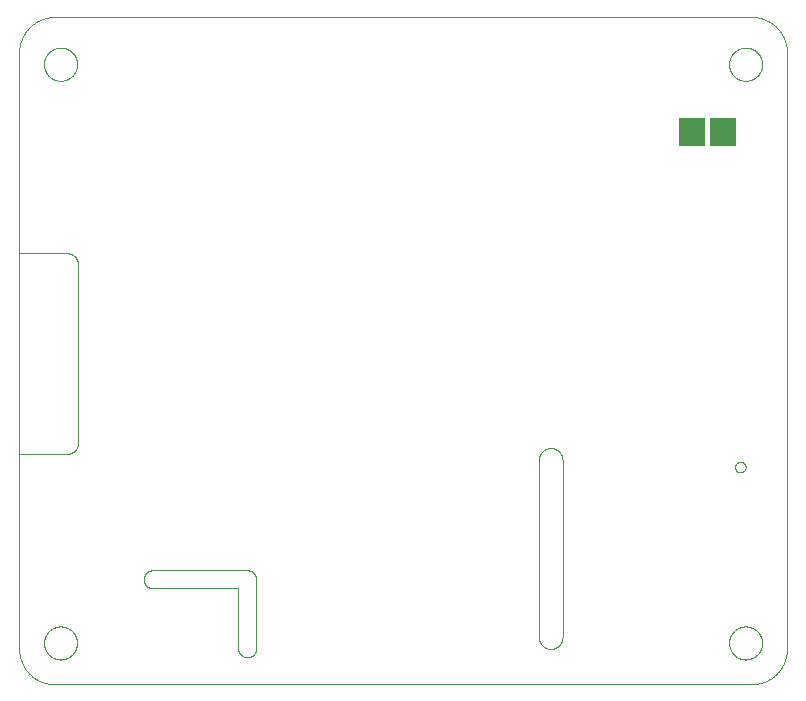
<source format=gbp>
G75*
%MOIN*%
%OFA0B0*%
%FSLAX25Y25*%
%IPPOS*%
%LPD*%
%AMOC8*
5,1,8,0,0,1.08239X$1,22.5*
%
%ADD10C,0.00000*%
%ADD11C,0.00100*%
%ADD12R,0.05000X0.02500*%
%ADD13R,0.09000X0.09600*%
D10*
X0016811Y0005000D02*
X0249094Y0005000D01*
X0249379Y0005003D01*
X0249665Y0005014D01*
X0249950Y0005031D01*
X0250234Y0005055D01*
X0250518Y0005086D01*
X0250801Y0005124D01*
X0251082Y0005169D01*
X0251363Y0005220D01*
X0251643Y0005278D01*
X0251921Y0005343D01*
X0252197Y0005415D01*
X0252471Y0005493D01*
X0252744Y0005578D01*
X0253014Y0005670D01*
X0253282Y0005768D01*
X0253548Y0005872D01*
X0253811Y0005983D01*
X0254071Y0006100D01*
X0254329Y0006223D01*
X0254583Y0006353D01*
X0254834Y0006489D01*
X0255082Y0006630D01*
X0255326Y0006778D01*
X0255567Y0006931D01*
X0255803Y0007091D01*
X0256036Y0007256D01*
X0256265Y0007426D01*
X0256490Y0007602D01*
X0256710Y0007784D01*
X0256926Y0007970D01*
X0257137Y0008162D01*
X0257344Y0008359D01*
X0257546Y0008561D01*
X0257743Y0008768D01*
X0257935Y0008979D01*
X0258121Y0009195D01*
X0258303Y0009415D01*
X0258479Y0009640D01*
X0258649Y0009869D01*
X0258814Y0010102D01*
X0258974Y0010338D01*
X0259127Y0010579D01*
X0259275Y0010823D01*
X0259416Y0011071D01*
X0259552Y0011322D01*
X0259682Y0011576D01*
X0259805Y0011834D01*
X0259922Y0012094D01*
X0260033Y0012357D01*
X0260137Y0012623D01*
X0260235Y0012891D01*
X0260327Y0013161D01*
X0260412Y0013434D01*
X0260490Y0013708D01*
X0260562Y0013984D01*
X0260627Y0014262D01*
X0260685Y0014542D01*
X0260736Y0014823D01*
X0260781Y0015104D01*
X0260819Y0015387D01*
X0260850Y0015671D01*
X0260874Y0015955D01*
X0260891Y0016240D01*
X0260902Y0016526D01*
X0260905Y0016811D01*
X0260906Y0016811D02*
X0260906Y0215630D01*
X0260905Y0215630D02*
X0260902Y0215915D01*
X0260891Y0216201D01*
X0260874Y0216486D01*
X0260850Y0216770D01*
X0260819Y0217054D01*
X0260781Y0217337D01*
X0260736Y0217618D01*
X0260685Y0217899D01*
X0260627Y0218179D01*
X0260562Y0218457D01*
X0260490Y0218733D01*
X0260412Y0219007D01*
X0260327Y0219280D01*
X0260235Y0219550D01*
X0260137Y0219818D01*
X0260033Y0220084D01*
X0259922Y0220347D01*
X0259805Y0220607D01*
X0259682Y0220865D01*
X0259552Y0221119D01*
X0259416Y0221370D01*
X0259275Y0221618D01*
X0259127Y0221862D01*
X0258974Y0222103D01*
X0258814Y0222339D01*
X0258649Y0222572D01*
X0258479Y0222801D01*
X0258303Y0223026D01*
X0258121Y0223246D01*
X0257935Y0223462D01*
X0257743Y0223673D01*
X0257546Y0223880D01*
X0257344Y0224082D01*
X0257137Y0224279D01*
X0256926Y0224471D01*
X0256710Y0224657D01*
X0256490Y0224839D01*
X0256265Y0225015D01*
X0256036Y0225185D01*
X0255803Y0225350D01*
X0255567Y0225510D01*
X0255326Y0225663D01*
X0255082Y0225811D01*
X0254834Y0225952D01*
X0254583Y0226088D01*
X0254329Y0226218D01*
X0254071Y0226341D01*
X0253811Y0226458D01*
X0253548Y0226569D01*
X0253282Y0226673D01*
X0253014Y0226771D01*
X0252744Y0226863D01*
X0252471Y0226948D01*
X0252197Y0227026D01*
X0251921Y0227098D01*
X0251643Y0227163D01*
X0251363Y0227221D01*
X0251082Y0227272D01*
X0250801Y0227317D01*
X0250518Y0227355D01*
X0250234Y0227386D01*
X0249950Y0227410D01*
X0249665Y0227427D01*
X0249379Y0227438D01*
X0249094Y0227441D01*
X0016811Y0227441D01*
X0016526Y0227438D01*
X0016240Y0227427D01*
X0015955Y0227410D01*
X0015671Y0227386D01*
X0015387Y0227355D01*
X0015104Y0227317D01*
X0014823Y0227272D01*
X0014542Y0227221D01*
X0014262Y0227163D01*
X0013984Y0227098D01*
X0013708Y0227026D01*
X0013434Y0226948D01*
X0013161Y0226863D01*
X0012891Y0226771D01*
X0012623Y0226673D01*
X0012357Y0226569D01*
X0012094Y0226458D01*
X0011834Y0226341D01*
X0011576Y0226218D01*
X0011322Y0226088D01*
X0011071Y0225952D01*
X0010823Y0225811D01*
X0010579Y0225663D01*
X0010338Y0225510D01*
X0010102Y0225350D01*
X0009869Y0225185D01*
X0009640Y0225015D01*
X0009415Y0224839D01*
X0009195Y0224657D01*
X0008979Y0224471D01*
X0008768Y0224279D01*
X0008561Y0224082D01*
X0008359Y0223880D01*
X0008162Y0223673D01*
X0007970Y0223462D01*
X0007784Y0223246D01*
X0007602Y0223026D01*
X0007426Y0222801D01*
X0007256Y0222572D01*
X0007091Y0222339D01*
X0006931Y0222103D01*
X0006778Y0221862D01*
X0006630Y0221618D01*
X0006489Y0221370D01*
X0006353Y0221119D01*
X0006223Y0220865D01*
X0006100Y0220607D01*
X0005983Y0220347D01*
X0005872Y0220084D01*
X0005768Y0219818D01*
X0005670Y0219550D01*
X0005578Y0219280D01*
X0005493Y0219007D01*
X0005415Y0218733D01*
X0005343Y0218457D01*
X0005278Y0218179D01*
X0005220Y0217899D01*
X0005169Y0217618D01*
X0005124Y0217337D01*
X0005086Y0217054D01*
X0005055Y0216770D01*
X0005031Y0216486D01*
X0005014Y0216201D01*
X0005003Y0215915D01*
X0005000Y0215630D01*
X0005000Y0016811D01*
X0005003Y0016526D01*
X0005014Y0016240D01*
X0005031Y0015955D01*
X0005055Y0015671D01*
X0005086Y0015387D01*
X0005124Y0015104D01*
X0005169Y0014823D01*
X0005220Y0014542D01*
X0005278Y0014262D01*
X0005343Y0013984D01*
X0005415Y0013708D01*
X0005493Y0013434D01*
X0005578Y0013161D01*
X0005670Y0012891D01*
X0005768Y0012623D01*
X0005872Y0012357D01*
X0005983Y0012094D01*
X0006100Y0011834D01*
X0006223Y0011576D01*
X0006353Y0011322D01*
X0006489Y0011071D01*
X0006630Y0010823D01*
X0006778Y0010579D01*
X0006931Y0010338D01*
X0007091Y0010102D01*
X0007256Y0009869D01*
X0007426Y0009640D01*
X0007602Y0009415D01*
X0007784Y0009195D01*
X0007970Y0008979D01*
X0008162Y0008768D01*
X0008359Y0008561D01*
X0008561Y0008359D01*
X0008768Y0008162D01*
X0008979Y0007970D01*
X0009195Y0007784D01*
X0009415Y0007602D01*
X0009640Y0007426D01*
X0009869Y0007256D01*
X0010102Y0007091D01*
X0010338Y0006931D01*
X0010579Y0006778D01*
X0010823Y0006630D01*
X0011071Y0006489D01*
X0011322Y0006353D01*
X0011576Y0006223D01*
X0011834Y0006100D01*
X0012094Y0005983D01*
X0012357Y0005872D01*
X0012623Y0005768D01*
X0012891Y0005670D01*
X0013161Y0005578D01*
X0013434Y0005493D01*
X0013708Y0005415D01*
X0013984Y0005343D01*
X0014262Y0005278D01*
X0014542Y0005220D01*
X0014823Y0005169D01*
X0015104Y0005124D01*
X0015387Y0005086D01*
X0015671Y0005055D01*
X0015955Y0005031D01*
X0016240Y0005014D01*
X0016526Y0005003D01*
X0016811Y0005000D01*
X0013268Y0018780D02*
X0013270Y0018928D01*
X0013276Y0019076D01*
X0013286Y0019224D01*
X0013300Y0019371D01*
X0013318Y0019518D01*
X0013339Y0019664D01*
X0013365Y0019810D01*
X0013395Y0019955D01*
X0013428Y0020099D01*
X0013466Y0020242D01*
X0013507Y0020384D01*
X0013552Y0020525D01*
X0013600Y0020665D01*
X0013653Y0020804D01*
X0013709Y0020941D01*
X0013769Y0021076D01*
X0013832Y0021210D01*
X0013899Y0021342D01*
X0013970Y0021472D01*
X0014044Y0021600D01*
X0014121Y0021726D01*
X0014202Y0021850D01*
X0014286Y0021972D01*
X0014373Y0022091D01*
X0014464Y0022208D01*
X0014558Y0022323D01*
X0014654Y0022435D01*
X0014754Y0022545D01*
X0014856Y0022651D01*
X0014962Y0022755D01*
X0015070Y0022856D01*
X0015181Y0022954D01*
X0015294Y0023050D01*
X0015410Y0023142D01*
X0015528Y0023231D01*
X0015649Y0023316D01*
X0015772Y0023399D01*
X0015897Y0023478D01*
X0016024Y0023554D01*
X0016153Y0023626D01*
X0016284Y0023695D01*
X0016417Y0023760D01*
X0016552Y0023821D01*
X0016688Y0023879D01*
X0016825Y0023934D01*
X0016964Y0023984D01*
X0017105Y0024031D01*
X0017246Y0024074D01*
X0017389Y0024114D01*
X0017533Y0024149D01*
X0017677Y0024181D01*
X0017823Y0024208D01*
X0017969Y0024232D01*
X0018116Y0024252D01*
X0018263Y0024268D01*
X0018410Y0024280D01*
X0018558Y0024288D01*
X0018706Y0024292D01*
X0018854Y0024292D01*
X0019002Y0024288D01*
X0019150Y0024280D01*
X0019297Y0024268D01*
X0019444Y0024252D01*
X0019591Y0024232D01*
X0019737Y0024208D01*
X0019883Y0024181D01*
X0020027Y0024149D01*
X0020171Y0024114D01*
X0020314Y0024074D01*
X0020455Y0024031D01*
X0020596Y0023984D01*
X0020735Y0023934D01*
X0020872Y0023879D01*
X0021008Y0023821D01*
X0021143Y0023760D01*
X0021276Y0023695D01*
X0021407Y0023626D01*
X0021536Y0023554D01*
X0021663Y0023478D01*
X0021788Y0023399D01*
X0021911Y0023316D01*
X0022032Y0023231D01*
X0022150Y0023142D01*
X0022266Y0023050D01*
X0022379Y0022954D01*
X0022490Y0022856D01*
X0022598Y0022755D01*
X0022704Y0022651D01*
X0022806Y0022545D01*
X0022906Y0022435D01*
X0023002Y0022323D01*
X0023096Y0022208D01*
X0023187Y0022091D01*
X0023274Y0021972D01*
X0023358Y0021850D01*
X0023439Y0021726D01*
X0023516Y0021600D01*
X0023590Y0021472D01*
X0023661Y0021342D01*
X0023728Y0021210D01*
X0023791Y0021076D01*
X0023851Y0020941D01*
X0023907Y0020804D01*
X0023960Y0020665D01*
X0024008Y0020525D01*
X0024053Y0020384D01*
X0024094Y0020242D01*
X0024132Y0020099D01*
X0024165Y0019955D01*
X0024195Y0019810D01*
X0024221Y0019664D01*
X0024242Y0019518D01*
X0024260Y0019371D01*
X0024274Y0019224D01*
X0024284Y0019076D01*
X0024290Y0018928D01*
X0024292Y0018780D01*
X0024290Y0018632D01*
X0024284Y0018484D01*
X0024274Y0018336D01*
X0024260Y0018189D01*
X0024242Y0018042D01*
X0024221Y0017896D01*
X0024195Y0017750D01*
X0024165Y0017605D01*
X0024132Y0017461D01*
X0024094Y0017318D01*
X0024053Y0017176D01*
X0024008Y0017035D01*
X0023960Y0016895D01*
X0023907Y0016756D01*
X0023851Y0016619D01*
X0023791Y0016484D01*
X0023728Y0016350D01*
X0023661Y0016218D01*
X0023590Y0016088D01*
X0023516Y0015960D01*
X0023439Y0015834D01*
X0023358Y0015710D01*
X0023274Y0015588D01*
X0023187Y0015469D01*
X0023096Y0015352D01*
X0023002Y0015237D01*
X0022906Y0015125D01*
X0022806Y0015015D01*
X0022704Y0014909D01*
X0022598Y0014805D01*
X0022490Y0014704D01*
X0022379Y0014606D01*
X0022266Y0014510D01*
X0022150Y0014418D01*
X0022032Y0014329D01*
X0021911Y0014244D01*
X0021788Y0014161D01*
X0021663Y0014082D01*
X0021536Y0014006D01*
X0021407Y0013934D01*
X0021276Y0013865D01*
X0021143Y0013800D01*
X0021008Y0013739D01*
X0020872Y0013681D01*
X0020735Y0013626D01*
X0020596Y0013576D01*
X0020455Y0013529D01*
X0020314Y0013486D01*
X0020171Y0013446D01*
X0020027Y0013411D01*
X0019883Y0013379D01*
X0019737Y0013352D01*
X0019591Y0013328D01*
X0019444Y0013308D01*
X0019297Y0013292D01*
X0019150Y0013280D01*
X0019002Y0013272D01*
X0018854Y0013268D01*
X0018706Y0013268D01*
X0018558Y0013272D01*
X0018410Y0013280D01*
X0018263Y0013292D01*
X0018116Y0013308D01*
X0017969Y0013328D01*
X0017823Y0013352D01*
X0017677Y0013379D01*
X0017533Y0013411D01*
X0017389Y0013446D01*
X0017246Y0013486D01*
X0017105Y0013529D01*
X0016964Y0013576D01*
X0016825Y0013626D01*
X0016688Y0013681D01*
X0016552Y0013739D01*
X0016417Y0013800D01*
X0016284Y0013865D01*
X0016153Y0013934D01*
X0016024Y0014006D01*
X0015897Y0014082D01*
X0015772Y0014161D01*
X0015649Y0014244D01*
X0015528Y0014329D01*
X0015410Y0014418D01*
X0015294Y0014510D01*
X0015181Y0014606D01*
X0015070Y0014704D01*
X0014962Y0014805D01*
X0014856Y0014909D01*
X0014754Y0015015D01*
X0014654Y0015125D01*
X0014558Y0015237D01*
X0014464Y0015352D01*
X0014373Y0015469D01*
X0014286Y0015588D01*
X0014202Y0015710D01*
X0014121Y0015834D01*
X0014044Y0015960D01*
X0013970Y0016088D01*
X0013899Y0016218D01*
X0013832Y0016350D01*
X0013769Y0016484D01*
X0013709Y0016619D01*
X0013653Y0016756D01*
X0013600Y0016895D01*
X0013552Y0017035D01*
X0013507Y0017176D01*
X0013466Y0017318D01*
X0013428Y0017461D01*
X0013395Y0017605D01*
X0013365Y0017750D01*
X0013339Y0017896D01*
X0013318Y0018042D01*
X0013300Y0018189D01*
X0013286Y0018336D01*
X0013276Y0018484D01*
X0013270Y0018632D01*
X0013268Y0018780D01*
X0005000Y0053000D02*
X0005000Y0128000D01*
X0024685Y0144764D02*
X0024683Y0144888D01*
X0024677Y0145011D01*
X0024668Y0145135D01*
X0024654Y0145257D01*
X0024637Y0145380D01*
X0024615Y0145502D01*
X0024590Y0145623D01*
X0024561Y0145743D01*
X0024529Y0145862D01*
X0024492Y0145981D01*
X0024452Y0146098D01*
X0024409Y0146213D01*
X0024361Y0146328D01*
X0024310Y0146440D01*
X0024256Y0146551D01*
X0024198Y0146661D01*
X0024137Y0146768D01*
X0024072Y0146874D01*
X0024004Y0146977D01*
X0023933Y0147078D01*
X0023859Y0147177D01*
X0023782Y0147274D01*
X0023701Y0147368D01*
X0023618Y0147459D01*
X0023532Y0147548D01*
X0023443Y0147634D01*
X0023352Y0147717D01*
X0023258Y0147798D01*
X0023161Y0147875D01*
X0023062Y0147949D01*
X0022961Y0148020D01*
X0022858Y0148088D01*
X0022752Y0148153D01*
X0022645Y0148214D01*
X0022535Y0148272D01*
X0022424Y0148326D01*
X0022312Y0148377D01*
X0022197Y0148425D01*
X0022082Y0148468D01*
X0021965Y0148508D01*
X0021846Y0148545D01*
X0021727Y0148577D01*
X0021607Y0148606D01*
X0021486Y0148631D01*
X0021364Y0148653D01*
X0021241Y0148670D01*
X0021119Y0148684D01*
X0020995Y0148693D01*
X0020872Y0148699D01*
X0020748Y0148701D01*
X0005000Y0148701D01*
X0024685Y0144764D02*
X0024685Y0085709D01*
X0024683Y0085585D01*
X0024677Y0085462D01*
X0024668Y0085338D01*
X0024654Y0085216D01*
X0024637Y0085093D01*
X0024615Y0084971D01*
X0024590Y0084850D01*
X0024561Y0084730D01*
X0024529Y0084611D01*
X0024492Y0084492D01*
X0024452Y0084375D01*
X0024409Y0084260D01*
X0024361Y0084145D01*
X0024310Y0084033D01*
X0024256Y0083922D01*
X0024198Y0083812D01*
X0024137Y0083705D01*
X0024072Y0083599D01*
X0024004Y0083496D01*
X0023933Y0083395D01*
X0023859Y0083296D01*
X0023782Y0083199D01*
X0023701Y0083105D01*
X0023618Y0083014D01*
X0023532Y0082925D01*
X0023443Y0082839D01*
X0023352Y0082756D01*
X0023258Y0082675D01*
X0023161Y0082598D01*
X0023062Y0082524D01*
X0022961Y0082453D01*
X0022858Y0082385D01*
X0022752Y0082320D01*
X0022645Y0082259D01*
X0022535Y0082201D01*
X0022424Y0082147D01*
X0022312Y0082096D01*
X0022197Y0082048D01*
X0022082Y0082005D01*
X0021965Y0081965D01*
X0021846Y0081928D01*
X0021727Y0081896D01*
X0021607Y0081867D01*
X0021486Y0081842D01*
X0021364Y0081820D01*
X0021241Y0081803D01*
X0021119Y0081789D01*
X0020995Y0081780D01*
X0020872Y0081774D01*
X0020748Y0081772D01*
X0005394Y0081772D01*
X0005000Y0082000D02*
X0005000Y0082500D01*
X0013268Y0211693D02*
X0013270Y0211841D01*
X0013276Y0211989D01*
X0013286Y0212137D01*
X0013300Y0212284D01*
X0013318Y0212431D01*
X0013339Y0212577D01*
X0013365Y0212723D01*
X0013395Y0212868D01*
X0013428Y0213012D01*
X0013466Y0213155D01*
X0013507Y0213297D01*
X0013552Y0213438D01*
X0013600Y0213578D01*
X0013653Y0213717D01*
X0013709Y0213854D01*
X0013769Y0213989D01*
X0013832Y0214123D01*
X0013899Y0214255D01*
X0013970Y0214385D01*
X0014044Y0214513D01*
X0014121Y0214639D01*
X0014202Y0214763D01*
X0014286Y0214885D01*
X0014373Y0215004D01*
X0014464Y0215121D01*
X0014558Y0215236D01*
X0014654Y0215348D01*
X0014754Y0215458D01*
X0014856Y0215564D01*
X0014962Y0215668D01*
X0015070Y0215769D01*
X0015181Y0215867D01*
X0015294Y0215963D01*
X0015410Y0216055D01*
X0015528Y0216144D01*
X0015649Y0216229D01*
X0015772Y0216312D01*
X0015897Y0216391D01*
X0016024Y0216467D01*
X0016153Y0216539D01*
X0016284Y0216608D01*
X0016417Y0216673D01*
X0016552Y0216734D01*
X0016688Y0216792D01*
X0016825Y0216847D01*
X0016964Y0216897D01*
X0017105Y0216944D01*
X0017246Y0216987D01*
X0017389Y0217027D01*
X0017533Y0217062D01*
X0017677Y0217094D01*
X0017823Y0217121D01*
X0017969Y0217145D01*
X0018116Y0217165D01*
X0018263Y0217181D01*
X0018410Y0217193D01*
X0018558Y0217201D01*
X0018706Y0217205D01*
X0018854Y0217205D01*
X0019002Y0217201D01*
X0019150Y0217193D01*
X0019297Y0217181D01*
X0019444Y0217165D01*
X0019591Y0217145D01*
X0019737Y0217121D01*
X0019883Y0217094D01*
X0020027Y0217062D01*
X0020171Y0217027D01*
X0020314Y0216987D01*
X0020455Y0216944D01*
X0020596Y0216897D01*
X0020735Y0216847D01*
X0020872Y0216792D01*
X0021008Y0216734D01*
X0021143Y0216673D01*
X0021276Y0216608D01*
X0021407Y0216539D01*
X0021536Y0216467D01*
X0021663Y0216391D01*
X0021788Y0216312D01*
X0021911Y0216229D01*
X0022032Y0216144D01*
X0022150Y0216055D01*
X0022266Y0215963D01*
X0022379Y0215867D01*
X0022490Y0215769D01*
X0022598Y0215668D01*
X0022704Y0215564D01*
X0022806Y0215458D01*
X0022906Y0215348D01*
X0023002Y0215236D01*
X0023096Y0215121D01*
X0023187Y0215004D01*
X0023274Y0214885D01*
X0023358Y0214763D01*
X0023439Y0214639D01*
X0023516Y0214513D01*
X0023590Y0214385D01*
X0023661Y0214255D01*
X0023728Y0214123D01*
X0023791Y0213989D01*
X0023851Y0213854D01*
X0023907Y0213717D01*
X0023960Y0213578D01*
X0024008Y0213438D01*
X0024053Y0213297D01*
X0024094Y0213155D01*
X0024132Y0213012D01*
X0024165Y0212868D01*
X0024195Y0212723D01*
X0024221Y0212577D01*
X0024242Y0212431D01*
X0024260Y0212284D01*
X0024274Y0212137D01*
X0024284Y0211989D01*
X0024290Y0211841D01*
X0024292Y0211693D01*
X0024290Y0211545D01*
X0024284Y0211397D01*
X0024274Y0211249D01*
X0024260Y0211102D01*
X0024242Y0210955D01*
X0024221Y0210809D01*
X0024195Y0210663D01*
X0024165Y0210518D01*
X0024132Y0210374D01*
X0024094Y0210231D01*
X0024053Y0210089D01*
X0024008Y0209948D01*
X0023960Y0209808D01*
X0023907Y0209669D01*
X0023851Y0209532D01*
X0023791Y0209397D01*
X0023728Y0209263D01*
X0023661Y0209131D01*
X0023590Y0209001D01*
X0023516Y0208873D01*
X0023439Y0208747D01*
X0023358Y0208623D01*
X0023274Y0208501D01*
X0023187Y0208382D01*
X0023096Y0208265D01*
X0023002Y0208150D01*
X0022906Y0208038D01*
X0022806Y0207928D01*
X0022704Y0207822D01*
X0022598Y0207718D01*
X0022490Y0207617D01*
X0022379Y0207519D01*
X0022266Y0207423D01*
X0022150Y0207331D01*
X0022032Y0207242D01*
X0021911Y0207157D01*
X0021788Y0207074D01*
X0021663Y0206995D01*
X0021536Y0206919D01*
X0021407Y0206847D01*
X0021276Y0206778D01*
X0021143Y0206713D01*
X0021008Y0206652D01*
X0020872Y0206594D01*
X0020735Y0206539D01*
X0020596Y0206489D01*
X0020455Y0206442D01*
X0020314Y0206399D01*
X0020171Y0206359D01*
X0020027Y0206324D01*
X0019883Y0206292D01*
X0019737Y0206265D01*
X0019591Y0206241D01*
X0019444Y0206221D01*
X0019297Y0206205D01*
X0019150Y0206193D01*
X0019002Y0206185D01*
X0018854Y0206181D01*
X0018706Y0206181D01*
X0018558Y0206185D01*
X0018410Y0206193D01*
X0018263Y0206205D01*
X0018116Y0206221D01*
X0017969Y0206241D01*
X0017823Y0206265D01*
X0017677Y0206292D01*
X0017533Y0206324D01*
X0017389Y0206359D01*
X0017246Y0206399D01*
X0017105Y0206442D01*
X0016964Y0206489D01*
X0016825Y0206539D01*
X0016688Y0206594D01*
X0016552Y0206652D01*
X0016417Y0206713D01*
X0016284Y0206778D01*
X0016153Y0206847D01*
X0016024Y0206919D01*
X0015897Y0206995D01*
X0015772Y0207074D01*
X0015649Y0207157D01*
X0015528Y0207242D01*
X0015410Y0207331D01*
X0015294Y0207423D01*
X0015181Y0207519D01*
X0015070Y0207617D01*
X0014962Y0207718D01*
X0014856Y0207822D01*
X0014754Y0207928D01*
X0014654Y0208038D01*
X0014558Y0208150D01*
X0014464Y0208265D01*
X0014373Y0208382D01*
X0014286Y0208501D01*
X0014202Y0208623D01*
X0014121Y0208747D01*
X0014044Y0208873D01*
X0013970Y0209001D01*
X0013899Y0209131D01*
X0013832Y0209263D01*
X0013769Y0209397D01*
X0013709Y0209532D01*
X0013653Y0209669D01*
X0013600Y0209808D01*
X0013552Y0209948D01*
X0013507Y0210089D01*
X0013466Y0210231D01*
X0013428Y0210374D01*
X0013395Y0210518D01*
X0013365Y0210663D01*
X0013339Y0210809D01*
X0013318Y0210955D01*
X0013300Y0211102D01*
X0013286Y0211249D01*
X0013276Y0211397D01*
X0013270Y0211545D01*
X0013268Y0211693D01*
X0178228Y0079803D02*
X0178228Y0020748D01*
X0178230Y0020624D01*
X0178236Y0020501D01*
X0178245Y0020377D01*
X0178259Y0020255D01*
X0178276Y0020132D01*
X0178298Y0020010D01*
X0178323Y0019889D01*
X0178352Y0019769D01*
X0178384Y0019650D01*
X0178421Y0019531D01*
X0178461Y0019414D01*
X0178504Y0019299D01*
X0178552Y0019184D01*
X0178603Y0019072D01*
X0178657Y0018961D01*
X0178715Y0018851D01*
X0178776Y0018744D01*
X0178841Y0018638D01*
X0178909Y0018535D01*
X0178980Y0018434D01*
X0179054Y0018335D01*
X0179131Y0018238D01*
X0179212Y0018144D01*
X0179295Y0018053D01*
X0179381Y0017964D01*
X0179470Y0017878D01*
X0179561Y0017795D01*
X0179655Y0017714D01*
X0179752Y0017637D01*
X0179851Y0017563D01*
X0179952Y0017492D01*
X0180055Y0017424D01*
X0180161Y0017359D01*
X0180268Y0017298D01*
X0180378Y0017240D01*
X0180489Y0017186D01*
X0180601Y0017135D01*
X0180716Y0017087D01*
X0180831Y0017044D01*
X0180948Y0017004D01*
X0181067Y0016967D01*
X0181186Y0016935D01*
X0181306Y0016906D01*
X0181427Y0016881D01*
X0181549Y0016859D01*
X0181672Y0016842D01*
X0181794Y0016828D01*
X0181918Y0016819D01*
X0182041Y0016813D01*
X0182165Y0016811D01*
X0182289Y0016813D01*
X0182412Y0016819D01*
X0182536Y0016828D01*
X0182658Y0016842D01*
X0182781Y0016859D01*
X0182903Y0016881D01*
X0183024Y0016906D01*
X0183144Y0016935D01*
X0183263Y0016967D01*
X0183382Y0017004D01*
X0183499Y0017044D01*
X0183614Y0017087D01*
X0183729Y0017135D01*
X0183841Y0017186D01*
X0183952Y0017240D01*
X0184062Y0017298D01*
X0184169Y0017359D01*
X0184275Y0017424D01*
X0184378Y0017492D01*
X0184479Y0017563D01*
X0184578Y0017637D01*
X0184675Y0017714D01*
X0184769Y0017795D01*
X0184860Y0017878D01*
X0184949Y0017964D01*
X0185035Y0018053D01*
X0185118Y0018144D01*
X0185199Y0018238D01*
X0185276Y0018335D01*
X0185350Y0018434D01*
X0185421Y0018535D01*
X0185489Y0018638D01*
X0185554Y0018744D01*
X0185615Y0018851D01*
X0185673Y0018961D01*
X0185727Y0019072D01*
X0185778Y0019184D01*
X0185826Y0019299D01*
X0185869Y0019414D01*
X0185909Y0019531D01*
X0185946Y0019650D01*
X0185978Y0019769D01*
X0186007Y0019889D01*
X0186032Y0020010D01*
X0186054Y0020132D01*
X0186071Y0020255D01*
X0186085Y0020377D01*
X0186094Y0020501D01*
X0186100Y0020624D01*
X0186102Y0020748D01*
X0186102Y0079803D01*
X0186100Y0079927D01*
X0186094Y0080050D01*
X0186085Y0080174D01*
X0186071Y0080296D01*
X0186054Y0080419D01*
X0186032Y0080541D01*
X0186007Y0080662D01*
X0185978Y0080782D01*
X0185946Y0080901D01*
X0185909Y0081020D01*
X0185869Y0081137D01*
X0185826Y0081252D01*
X0185778Y0081367D01*
X0185727Y0081479D01*
X0185673Y0081590D01*
X0185615Y0081700D01*
X0185554Y0081807D01*
X0185489Y0081913D01*
X0185421Y0082016D01*
X0185350Y0082117D01*
X0185276Y0082216D01*
X0185199Y0082313D01*
X0185118Y0082407D01*
X0185035Y0082498D01*
X0184949Y0082587D01*
X0184860Y0082673D01*
X0184769Y0082756D01*
X0184675Y0082837D01*
X0184578Y0082914D01*
X0184479Y0082988D01*
X0184378Y0083059D01*
X0184275Y0083127D01*
X0184169Y0083192D01*
X0184062Y0083253D01*
X0183952Y0083311D01*
X0183841Y0083365D01*
X0183729Y0083416D01*
X0183614Y0083464D01*
X0183499Y0083507D01*
X0183382Y0083547D01*
X0183263Y0083584D01*
X0183144Y0083616D01*
X0183024Y0083645D01*
X0182903Y0083670D01*
X0182781Y0083692D01*
X0182658Y0083709D01*
X0182536Y0083723D01*
X0182412Y0083732D01*
X0182289Y0083738D01*
X0182165Y0083740D01*
X0182041Y0083738D01*
X0181918Y0083732D01*
X0181794Y0083723D01*
X0181672Y0083709D01*
X0181549Y0083692D01*
X0181427Y0083670D01*
X0181306Y0083645D01*
X0181186Y0083616D01*
X0181067Y0083584D01*
X0180948Y0083547D01*
X0180831Y0083507D01*
X0180716Y0083464D01*
X0180601Y0083416D01*
X0180489Y0083365D01*
X0180378Y0083311D01*
X0180268Y0083253D01*
X0180161Y0083192D01*
X0180055Y0083127D01*
X0179952Y0083059D01*
X0179851Y0082988D01*
X0179752Y0082914D01*
X0179655Y0082837D01*
X0179561Y0082756D01*
X0179470Y0082673D01*
X0179381Y0082587D01*
X0179295Y0082498D01*
X0179212Y0082407D01*
X0179131Y0082313D01*
X0179054Y0082216D01*
X0178980Y0082117D01*
X0178909Y0082016D01*
X0178841Y0081913D01*
X0178776Y0081807D01*
X0178715Y0081700D01*
X0178657Y0081590D01*
X0178603Y0081479D01*
X0178552Y0081367D01*
X0178504Y0081252D01*
X0178461Y0081137D01*
X0178421Y0081020D01*
X0178384Y0080901D01*
X0178352Y0080782D01*
X0178323Y0080662D01*
X0178298Y0080541D01*
X0178276Y0080419D01*
X0178259Y0080296D01*
X0178245Y0080174D01*
X0178236Y0080050D01*
X0178230Y0079927D01*
X0178228Y0079803D01*
X0243628Y0077400D02*
X0243630Y0077484D01*
X0243636Y0077567D01*
X0243646Y0077650D01*
X0243660Y0077733D01*
X0243677Y0077815D01*
X0243699Y0077896D01*
X0243724Y0077975D01*
X0243753Y0078054D01*
X0243786Y0078131D01*
X0243822Y0078206D01*
X0243862Y0078280D01*
X0243905Y0078352D01*
X0243952Y0078421D01*
X0244002Y0078488D01*
X0244055Y0078553D01*
X0244111Y0078615D01*
X0244169Y0078675D01*
X0244231Y0078732D01*
X0244295Y0078785D01*
X0244362Y0078836D01*
X0244431Y0078883D01*
X0244502Y0078928D01*
X0244575Y0078968D01*
X0244650Y0079005D01*
X0244727Y0079039D01*
X0244805Y0079069D01*
X0244884Y0079095D01*
X0244965Y0079118D01*
X0245047Y0079136D01*
X0245129Y0079151D01*
X0245212Y0079162D01*
X0245295Y0079169D01*
X0245379Y0079172D01*
X0245463Y0079171D01*
X0245546Y0079166D01*
X0245630Y0079157D01*
X0245712Y0079144D01*
X0245794Y0079128D01*
X0245875Y0079107D01*
X0245956Y0079083D01*
X0246034Y0079055D01*
X0246112Y0079023D01*
X0246188Y0078987D01*
X0246262Y0078948D01*
X0246334Y0078906D01*
X0246404Y0078860D01*
X0246472Y0078811D01*
X0246537Y0078759D01*
X0246600Y0078704D01*
X0246660Y0078646D01*
X0246718Y0078585D01*
X0246772Y0078521D01*
X0246824Y0078455D01*
X0246872Y0078387D01*
X0246917Y0078316D01*
X0246958Y0078243D01*
X0246997Y0078169D01*
X0247031Y0078093D01*
X0247062Y0078015D01*
X0247089Y0077936D01*
X0247113Y0077855D01*
X0247132Y0077774D01*
X0247148Y0077692D01*
X0247160Y0077609D01*
X0247168Y0077525D01*
X0247172Y0077442D01*
X0247172Y0077358D01*
X0247168Y0077275D01*
X0247160Y0077191D01*
X0247148Y0077108D01*
X0247132Y0077026D01*
X0247113Y0076945D01*
X0247089Y0076864D01*
X0247062Y0076785D01*
X0247031Y0076707D01*
X0246997Y0076631D01*
X0246958Y0076557D01*
X0246917Y0076484D01*
X0246872Y0076413D01*
X0246824Y0076345D01*
X0246772Y0076279D01*
X0246718Y0076215D01*
X0246660Y0076154D01*
X0246600Y0076096D01*
X0246537Y0076041D01*
X0246472Y0075989D01*
X0246404Y0075940D01*
X0246334Y0075894D01*
X0246262Y0075852D01*
X0246188Y0075813D01*
X0246112Y0075777D01*
X0246034Y0075745D01*
X0245956Y0075717D01*
X0245875Y0075693D01*
X0245794Y0075672D01*
X0245712Y0075656D01*
X0245630Y0075643D01*
X0245546Y0075634D01*
X0245463Y0075629D01*
X0245379Y0075628D01*
X0245295Y0075631D01*
X0245212Y0075638D01*
X0245129Y0075649D01*
X0245047Y0075664D01*
X0244965Y0075682D01*
X0244884Y0075705D01*
X0244805Y0075731D01*
X0244727Y0075761D01*
X0244650Y0075795D01*
X0244575Y0075832D01*
X0244502Y0075872D01*
X0244431Y0075917D01*
X0244362Y0075964D01*
X0244295Y0076015D01*
X0244231Y0076068D01*
X0244169Y0076125D01*
X0244111Y0076185D01*
X0244055Y0076247D01*
X0244002Y0076312D01*
X0243952Y0076379D01*
X0243905Y0076448D01*
X0243862Y0076520D01*
X0243822Y0076594D01*
X0243786Y0076669D01*
X0243753Y0076746D01*
X0243724Y0076825D01*
X0243699Y0076904D01*
X0243677Y0076985D01*
X0243660Y0077067D01*
X0243646Y0077150D01*
X0243636Y0077233D01*
X0243630Y0077316D01*
X0243628Y0077400D01*
X0241614Y0018780D02*
X0241616Y0018928D01*
X0241622Y0019076D01*
X0241632Y0019224D01*
X0241646Y0019371D01*
X0241664Y0019518D01*
X0241685Y0019664D01*
X0241711Y0019810D01*
X0241741Y0019955D01*
X0241774Y0020099D01*
X0241812Y0020242D01*
X0241853Y0020384D01*
X0241898Y0020525D01*
X0241946Y0020665D01*
X0241999Y0020804D01*
X0242055Y0020941D01*
X0242115Y0021076D01*
X0242178Y0021210D01*
X0242245Y0021342D01*
X0242316Y0021472D01*
X0242390Y0021600D01*
X0242467Y0021726D01*
X0242548Y0021850D01*
X0242632Y0021972D01*
X0242719Y0022091D01*
X0242810Y0022208D01*
X0242904Y0022323D01*
X0243000Y0022435D01*
X0243100Y0022545D01*
X0243202Y0022651D01*
X0243308Y0022755D01*
X0243416Y0022856D01*
X0243527Y0022954D01*
X0243640Y0023050D01*
X0243756Y0023142D01*
X0243874Y0023231D01*
X0243995Y0023316D01*
X0244118Y0023399D01*
X0244243Y0023478D01*
X0244370Y0023554D01*
X0244499Y0023626D01*
X0244630Y0023695D01*
X0244763Y0023760D01*
X0244898Y0023821D01*
X0245034Y0023879D01*
X0245171Y0023934D01*
X0245310Y0023984D01*
X0245451Y0024031D01*
X0245592Y0024074D01*
X0245735Y0024114D01*
X0245879Y0024149D01*
X0246023Y0024181D01*
X0246169Y0024208D01*
X0246315Y0024232D01*
X0246462Y0024252D01*
X0246609Y0024268D01*
X0246756Y0024280D01*
X0246904Y0024288D01*
X0247052Y0024292D01*
X0247200Y0024292D01*
X0247348Y0024288D01*
X0247496Y0024280D01*
X0247643Y0024268D01*
X0247790Y0024252D01*
X0247937Y0024232D01*
X0248083Y0024208D01*
X0248229Y0024181D01*
X0248373Y0024149D01*
X0248517Y0024114D01*
X0248660Y0024074D01*
X0248801Y0024031D01*
X0248942Y0023984D01*
X0249081Y0023934D01*
X0249218Y0023879D01*
X0249354Y0023821D01*
X0249489Y0023760D01*
X0249622Y0023695D01*
X0249753Y0023626D01*
X0249882Y0023554D01*
X0250009Y0023478D01*
X0250134Y0023399D01*
X0250257Y0023316D01*
X0250378Y0023231D01*
X0250496Y0023142D01*
X0250612Y0023050D01*
X0250725Y0022954D01*
X0250836Y0022856D01*
X0250944Y0022755D01*
X0251050Y0022651D01*
X0251152Y0022545D01*
X0251252Y0022435D01*
X0251348Y0022323D01*
X0251442Y0022208D01*
X0251533Y0022091D01*
X0251620Y0021972D01*
X0251704Y0021850D01*
X0251785Y0021726D01*
X0251862Y0021600D01*
X0251936Y0021472D01*
X0252007Y0021342D01*
X0252074Y0021210D01*
X0252137Y0021076D01*
X0252197Y0020941D01*
X0252253Y0020804D01*
X0252306Y0020665D01*
X0252354Y0020525D01*
X0252399Y0020384D01*
X0252440Y0020242D01*
X0252478Y0020099D01*
X0252511Y0019955D01*
X0252541Y0019810D01*
X0252567Y0019664D01*
X0252588Y0019518D01*
X0252606Y0019371D01*
X0252620Y0019224D01*
X0252630Y0019076D01*
X0252636Y0018928D01*
X0252638Y0018780D01*
X0252636Y0018632D01*
X0252630Y0018484D01*
X0252620Y0018336D01*
X0252606Y0018189D01*
X0252588Y0018042D01*
X0252567Y0017896D01*
X0252541Y0017750D01*
X0252511Y0017605D01*
X0252478Y0017461D01*
X0252440Y0017318D01*
X0252399Y0017176D01*
X0252354Y0017035D01*
X0252306Y0016895D01*
X0252253Y0016756D01*
X0252197Y0016619D01*
X0252137Y0016484D01*
X0252074Y0016350D01*
X0252007Y0016218D01*
X0251936Y0016088D01*
X0251862Y0015960D01*
X0251785Y0015834D01*
X0251704Y0015710D01*
X0251620Y0015588D01*
X0251533Y0015469D01*
X0251442Y0015352D01*
X0251348Y0015237D01*
X0251252Y0015125D01*
X0251152Y0015015D01*
X0251050Y0014909D01*
X0250944Y0014805D01*
X0250836Y0014704D01*
X0250725Y0014606D01*
X0250612Y0014510D01*
X0250496Y0014418D01*
X0250378Y0014329D01*
X0250257Y0014244D01*
X0250134Y0014161D01*
X0250009Y0014082D01*
X0249882Y0014006D01*
X0249753Y0013934D01*
X0249622Y0013865D01*
X0249489Y0013800D01*
X0249354Y0013739D01*
X0249218Y0013681D01*
X0249081Y0013626D01*
X0248942Y0013576D01*
X0248801Y0013529D01*
X0248660Y0013486D01*
X0248517Y0013446D01*
X0248373Y0013411D01*
X0248229Y0013379D01*
X0248083Y0013352D01*
X0247937Y0013328D01*
X0247790Y0013308D01*
X0247643Y0013292D01*
X0247496Y0013280D01*
X0247348Y0013272D01*
X0247200Y0013268D01*
X0247052Y0013268D01*
X0246904Y0013272D01*
X0246756Y0013280D01*
X0246609Y0013292D01*
X0246462Y0013308D01*
X0246315Y0013328D01*
X0246169Y0013352D01*
X0246023Y0013379D01*
X0245879Y0013411D01*
X0245735Y0013446D01*
X0245592Y0013486D01*
X0245451Y0013529D01*
X0245310Y0013576D01*
X0245171Y0013626D01*
X0245034Y0013681D01*
X0244898Y0013739D01*
X0244763Y0013800D01*
X0244630Y0013865D01*
X0244499Y0013934D01*
X0244370Y0014006D01*
X0244243Y0014082D01*
X0244118Y0014161D01*
X0243995Y0014244D01*
X0243874Y0014329D01*
X0243756Y0014418D01*
X0243640Y0014510D01*
X0243527Y0014606D01*
X0243416Y0014704D01*
X0243308Y0014805D01*
X0243202Y0014909D01*
X0243100Y0015015D01*
X0243000Y0015125D01*
X0242904Y0015237D01*
X0242810Y0015352D01*
X0242719Y0015469D01*
X0242632Y0015588D01*
X0242548Y0015710D01*
X0242467Y0015834D01*
X0242390Y0015960D01*
X0242316Y0016088D01*
X0242245Y0016218D01*
X0242178Y0016350D01*
X0242115Y0016484D01*
X0242055Y0016619D01*
X0241999Y0016756D01*
X0241946Y0016895D01*
X0241898Y0017035D01*
X0241853Y0017176D01*
X0241812Y0017318D01*
X0241774Y0017461D01*
X0241741Y0017605D01*
X0241711Y0017750D01*
X0241685Y0017896D01*
X0241664Y0018042D01*
X0241646Y0018189D01*
X0241632Y0018336D01*
X0241622Y0018484D01*
X0241616Y0018632D01*
X0241614Y0018780D01*
X0241614Y0211693D02*
X0241616Y0211841D01*
X0241622Y0211989D01*
X0241632Y0212137D01*
X0241646Y0212284D01*
X0241664Y0212431D01*
X0241685Y0212577D01*
X0241711Y0212723D01*
X0241741Y0212868D01*
X0241774Y0213012D01*
X0241812Y0213155D01*
X0241853Y0213297D01*
X0241898Y0213438D01*
X0241946Y0213578D01*
X0241999Y0213717D01*
X0242055Y0213854D01*
X0242115Y0213989D01*
X0242178Y0214123D01*
X0242245Y0214255D01*
X0242316Y0214385D01*
X0242390Y0214513D01*
X0242467Y0214639D01*
X0242548Y0214763D01*
X0242632Y0214885D01*
X0242719Y0215004D01*
X0242810Y0215121D01*
X0242904Y0215236D01*
X0243000Y0215348D01*
X0243100Y0215458D01*
X0243202Y0215564D01*
X0243308Y0215668D01*
X0243416Y0215769D01*
X0243527Y0215867D01*
X0243640Y0215963D01*
X0243756Y0216055D01*
X0243874Y0216144D01*
X0243995Y0216229D01*
X0244118Y0216312D01*
X0244243Y0216391D01*
X0244370Y0216467D01*
X0244499Y0216539D01*
X0244630Y0216608D01*
X0244763Y0216673D01*
X0244898Y0216734D01*
X0245034Y0216792D01*
X0245171Y0216847D01*
X0245310Y0216897D01*
X0245451Y0216944D01*
X0245592Y0216987D01*
X0245735Y0217027D01*
X0245879Y0217062D01*
X0246023Y0217094D01*
X0246169Y0217121D01*
X0246315Y0217145D01*
X0246462Y0217165D01*
X0246609Y0217181D01*
X0246756Y0217193D01*
X0246904Y0217201D01*
X0247052Y0217205D01*
X0247200Y0217205D01*
X0247348Y0217201D01*
X0247496Y0217193D01*
X0247643Y0217181D01*
X0247790Y0217165D01*
X0247937Y0217145D01*
X0248083Y0217121D01*
X0248229Y0217094D01*
X0248373Y0217062D01*
X0248517Y0217027D01*
X0248660Y0216987D01*
X0248801Y0216944D01*
X0248942Y0216897D01*
X0249081Y0216847D01*
X0249218Y0216792D01*
X0249354Y0216734D01*
X0249489Y0216673D01*
X0249622Y0216608D01*
X0249753Y0216539D01*
X0249882Y0216467D01*
X0250009Y0216391D01*
X0250134Y0216312D01*
X0250257Y0216229D01*
X0250378Y0216144D01*
X0250496Y0216055D01*
X0250612Y0215963D01*
X0250725Y0215867D01*
X0250836Y0215769D01*
X0250944Y0215668D01*
X0251050Y0215564D01*
X0251152Y0215458D01*
X0251252Y0215348D01*
X0251348Y0215236D01*
X0251442Y0215121D01*
X0251533Y0215004D01*
X0251620Y0214885D01*
X0251704Y0214763D01*
X0251785Y0214639D01*
X0251862Y0214513D01*
X0251936Y0214385D01*
X0252007Y0214255D01*
X0252074Y0214123D01*
X0252137Y0213989D01*
X0252197Y0213854D01*
X0252253Y0213717D01*
X0252306Y0213578D01*
X0252354Y0213438D01*
X0252399Y0213297D01*
X0252440Y0213155D01*
X0252478Y0213012D01*
X0252511Y0212868D01*
X0252541Y0212723D01*
X0252567Y0212577D01*
X0252588Y0212431D01*
X0252606Y0212284D01*
X0252620Y0212137D01*
X0252630Y0211989D01*
X0252636Y0211841D01*
X0252638Y0211693D01*
X0252636Y0211545D01*
X0252630Y0211397D01*
X0252620Y0211249D01*
X0252606Y0211102D01*
X0252588Y0210955D01*
X0252567Y0210809D01*
X0252541Y0210663D01*
X0252511Y0210518D01*
X0252478Y0210374D01*
X0252440Y0210231D01*
X0252399Y0210089D01*
X0252354Y0209948D01*
X0252306Y0209808D01*
X0252253Y0209669D01*
X0252197Y0209532D01*
X0252137Y0209397D01*
X0252074Y0209263D01*
X0252007Y0209131D01*
X0251936Y0209001D01*
X0251862Y0208873D01*
X0251785Y0208747D01*
X0251704Y0208623D01*
X0251620Y0208501D01*
X0251533Y0208382D01*
X0251442Y0208265D01*
X0251348Y0208150D01*
X0251252Y0208038D01*
X0251152Y0207928D01*
X0251050Y0207822D01*
X0250944Y0207718D01*
X0250836Y0207617D01*
X0250725Y0207519D01*
X0250612Y0207423D01*
X0250496Y0207331D01*
X0250378Y0207242D01*
X0250257Y0207157D01*
X0250134Y0207074D01*
X0250009Y0206995D01*
X0249882Y0206919D01*
X0249753Y0206847D01*
X0249622Y0206778D01*
X0249489Y0206713D01*
X0249354Y0206652D01*
X0249218Y0206594D01*
X0249081Y0206539D01*
X0248942Y0206489D01*
X0248801Y0206442D01*
X0248660Y0206399D01*
X0248517Y0206359D01*
X0248373Y0206324D01*
X0248229Y0206292D01*
X0248083Y0206265D01*
X0247937Y0206241D01*
X0247790Y0206221D01*
X0247643Y0206205D01*
X0247496Y0206193D01*
X0247348Y0206185D01*
X0247200Y0206181D01*
X0247052Y0206181D01*
X0246904Y0206185D01*
X0246756Y0206193D01*
X0246609Y0206205D01*
X0246462Y0206221D01*
X0246315Y0206241D01*
X0246169Y0206265D01*
X0246023Y0206292D01*
X0245879Y0206324D01*
X0245735Y0206359D01*
X0245592Y0206399D01*
X0245451Y0206442D01*
X0245310Y0206489D01*
X0245171Y0206539D01*
X0245034Y0206594D01*
X0244898Y0206652D01*
X0244763Y0206713D01*
X0244630Y0206778D01*
X0244499Y0206847D01*
X0244370Y0206919D01*
X0244243Y0206995D01*
X0244118Y0207074D01*
X0243995Y0207157D01*
X0243874Y0207242D01*
X0243756Y0207331D01*
X0243640Y0207423D01*
X0243527Y0207519D01*
X0243416Y0207617D01*
X0243308Y0207718D01*
X0243202Y0207822D01*
X0243100Y0207928D01*
X0243000Y0208038D01*
X0242904Y0208150D01*
X0242810Y0208265D01*
X0242719Y0208382D01*
X0242632Y0208501D01*
X0242548Y0208623D01*
X0242467Y0208747D01*
X0242390Y0208873D01*
X0242316Y0209001D01*
X0242245Y0209131D01*
X0242178Y0209263D01*
X0242115Y0209397D01*
X0242055Y0209532D01*
X0241999Y0209669D01*
X0241946Y0209808D01*
X0241898Y0209948D01*
X0241853Y0210089D01*
X0241812Y0210231D01*
X0241774Y0210374D01*
X0241741Y0210518D01*
X0241711Y0210663D01*
X0241685Y0210809D01*
X0241664Y0210955D01*
X0241646Y0211102D01*
X0241632Y0211249D01*
X0241622Y0211397D01*
X0241616Y0211545D01*
X0241614Y0211693D01*
D11*
X0081000Y0043000D02*
X0049500Y0043000D01*
X0046500Y0040000D02*
X0046502Y0039893D01*
X0046508Y0039786D01*
X0046517Y0039679D01*
X0046531Y0039573D01*
X0046548Y0039467D01*
X0046569Y0039362D01*
X0046593Y0039258D01*
X0046622Y0039155D01*
X0046654Y0039053D01*
X0046689Y0038952D01*
X0046728Y0038852D01*
X0046771Y0038754D01*
X0046817Y0038657D01*
X0046867Y0038562D01*
X0046920Y0038469D01*
X0046976Y0038378D01*
X0047036Y0038289D01*
X0047098Y0038202D01*
X0047164Y0038118D01*
X0047233Y0038035D01*
X0047304Y0037956D01*
X0047379Y0037879D01*
X0047456Y0037804D01*
X0047535Y0037733D01*
X0047618Y0037664D01*
X0047702Y0037598D01*
X0047789Y0037536D01*
X0047878Y0037476D01*
X0047969Y0037420D01*
X0048062Y0037367D01*
X0048157Y0037317D01*
X0048254Y0037271D01*
X0048352Y0037228D01*
X0048452Y0037189D01*
X0048553Y0037154D01*
X0048655Y0037122D01*
X0048758Y0037093D01*
X0048862Y0037069D01*
X0048967Y0037048D01*
X0049073Y0037031D01*
X0049179Y0037017D01*
X0049286Y0037008D01*
X0049393Y0037002D01*
X0049500Y0037000D01*
X0078000Y0037000D01*
X0078000Y0017000D01*
X0078002Y0016893D01*
X0078008Y0016786D01*
X0078017Y0016679D01*
X0078031Y0016573D01*
X0078048Y0016467D01*
X0078069Y0016362D01*
X0078093Y0016258D01*
X0078122Y0016155D01*
X0078154Y0016053D01*
X0078189Y0015952D01*
X0078228Y0015852D01*
X0078271Y0015754D01*
X0078317Y0015657D01*
X0078367Y0015562D01*
X0078420Y0015469D01*
X0078476Y0015378D01*
X0078536Y0015289D01*
X0078598Y0015202D01*
X0078664Y0015118D01*
X0078733Y0015035D01*
X0078804Y0014956D01*
X0078879Y0014879D01*
X0078956Y0014804D01*
X0079035Y0014733D01*
X0079118Y0014664D01*
X0079202Y0014598D01*
X0079289Y0014536D01*
X0079378Y0014476D01*
X0079469Y0014420D01*
X0079562Y0014367D01*
X0079657Y0014317D01*
X0079754Y0014271D01*
X0079852Y0014228D01*
X0079952Y0014189D01*
X0080053Y0014154D01*
X0080155Y0014122D01*
X0080258Y0014093D01*
X0080362Y0014069D01*
X0080467Y0014048D01*
X0080573Y0014031D01*
X0080679Y0014017D01*
X0080786Y0014008D01*
X0080893Y0014002D01*
X0081000Y0014000D01*
X0081107Y0014002D01*
X0081214Y0014008D01*
X0081321Y0014017D01*
X0081427Y0014031D01*
X0081533Y0014048D01*
X0081638Y0014069D01*
X0081742Y0014093D01*
X0081845Y0014122D01*
X0081947Y0014154D01*
X0082048Y0014189D01*
X0082148Y0014228D01*
X0082246Y0014271D01*
X0082343Y0014317D01*
X0082438Y0014367D01*
X0082531Y0014420D01*
X0082622Y0014476D01*
X0082711Y0014536D01*
X0082798Y0014598D01*
X0082882Y0014664D01*
X0082965Y0014733D01*
X0083044Y0014804D01*
X0083121Y0014879D01*
X0083196Y0014956D01*
X0083267Y0015035D01*
X0083336Y0015118D01*
X0083402Y0015202D01*
X0083464Y0015289D01*
X0083524Y0015378D01*
X0083580Y0015469D01*
X0083633Y0015562D01*
X0083683Y0015657D01*
X0083729Y0015754D01*
X0083772Y0015852D01*
X0083811Y0015952D01*
X0083846Y0016053D01*
X0083878Y0016155D01*
X0083907Y0016258D01*
X0083931Y0016362D01*
X0083952Y0016467D01*
X0083969Y0016573D01*
X0083983Y0016679D01*
X0083992Y0016786D01*
X0083998Y0016893D01*
X0084000Y0017000D01*
X0084000Y0040000D01*
X0083998Y0040107D01*
X0083992Y0040214D01*
X0083983Y0040321D01*
X0083969Y0040427D01*
X0083952Y0040533D01*
X0083931Y0040638D01*
X0083907Y0040742D01*
X0083878Y0040845D01*
X0083846Y0040947D01*
X0083811Y0041048D01*
X0083772Y0041148D01*
X0083729Y0041246D01*
X0083683Y0041343D01*
X0083633Y0041438D01*
X0083580Y0041531D01*
X0083524Y0041622D01*
X0083464Y0041711D01*
X0083402Y0041798D01*
X0083336Y0041882D01*
X0083267Y0041965D01*
X0083196Y0042044D01*
X0083121Y0042121D01*
X0083044Y0042196D01*
X0082965Y0042267D01*
X0082882Y0042336D01*
X0082798Y0042402D01*
X0082711Y0042464D01*
X0082622Y0042524D01*
X0082531Y0042580D01*
X0082438Y0042633D01*
X0082343Y0042683D01*
X0082246Y0042729D01*
X0082148Y0042772D01*
X0082048Y0042811D01*
X0081947Y0042846D01*
X0081845Y0042878D01*
X0081742Y0042907D01*
X0081638Y0042931D01*
X0081533Y0042952D01*
X0081427Y0042969D01*
X0081321Y0042983D01*
X0081214Y0042992D01*
X0081107Y0042998D01*
X0081000Y0043000D01*
X0081107Y0042998D01*
X0081214Y0042992D01*
X0081321Y0042983D01*
X0081427Y0042969D01*
X0081533Y0042952D01*
X0081638Y0042931D01*
X0081742Y0042907D01*
X0081845Y0042878D01*
X0081947Y0042846D01*
X0082048Y0042811D01*
X0082148Y0042772D01*
X0082246Y0042729D01*
X0082343Y0042683D01*
X0082438Y0042633D01*
X0082531Y0042580D01*
X0082622Y0042524D01*
X0082711Y0042464D01*
X0082798Y0042402D01*
X0082882Y0042336D01*
X0082965Y0042267D01*
X0083044Y0042196D01*
X0083121Y0042121D01*
X0083196Y0042044D01*
X0083267Y0041965D01*
X0083336Y0041882D01*
X0083402Y0041798D01*
X0083464Y0041711D01*
X0083524Y0041622D01*
X0083580Y0041531D01*
X0083633Y0041438D01*
X0083683Y0041343D01*
X0083729Y0041246D01*
X0083772Y0041148D01*
X0083811Y0041048D01*
X0083846Y0040947D01*
X0083878Y0040845D01*
X0083907Y0040742D01*
X0083931Y0040638D01*
X0083952Y0040533D01*
X0083969Y0040427D01*
X0083983Y0040321D01*
X0083992Y0040214D01*
X0083998Y0040107D01*
X0084000Y0040000D01*
X0049500Y0043000D02*
X0049393Y0042998D01*
X0049286Y0042992D01*
X0049179Y0042983D01*
X0049073Y0042969D01*
X0048967Y0042952D01*
X0048862Y0042931D01*
X0048758Y0042907D01*
X0048655Y0042878D01*
X0048553Y0042846D01*
X0048452Y0042811D01*
X0048352Y0042772D01*
X0048254Y0042729D01*
X0048157Y0042683D01*
X0048062Y0042633D01*
X0047969Y0042580D01*
X0047878Y0042524D01*
X0047789Y0042464D01*
X0047702Y0042402D01*
X0047618Y0042336D01*
X0047535Y0042267D01*
X0047456Y0042196D01*
X0047379Y0042121D01*
X0047304Y0042044D01*
X0047233Y0041965D01*
X0047164Y0041882D01*
X0047098Y0041798D01*
X0047036Y0041711D01*
X0046976Y0041622D01*
X0046920Y0041531D01*
X0046867Y0041438D01*
X0046817Y0041343D01*
X0046771Y0041246D01*
X0046728Y0041148D01*
X0046689Y0041048D01*
X0046654Y0040947D01*
X0046622Y0040845D01*
X0046593Y0040742D01*
X0046569Y0040638D01*
X0046548Y0040533D01*
X0046531Y0040427D01*
X0046517Y0040321D01*
X0046508Y0040214D01*
X0046502Y0040107D01*
X0046500Y0040000D01*
D12*
X0229400Y0187378D03*
X0229400Y0190622D03*
X0239600Y0190622D03*
X0239600Y0187378D03*
D13*
X0239600Y0189000D03*
X0229400Y0189000D03*
M02*

</source>
